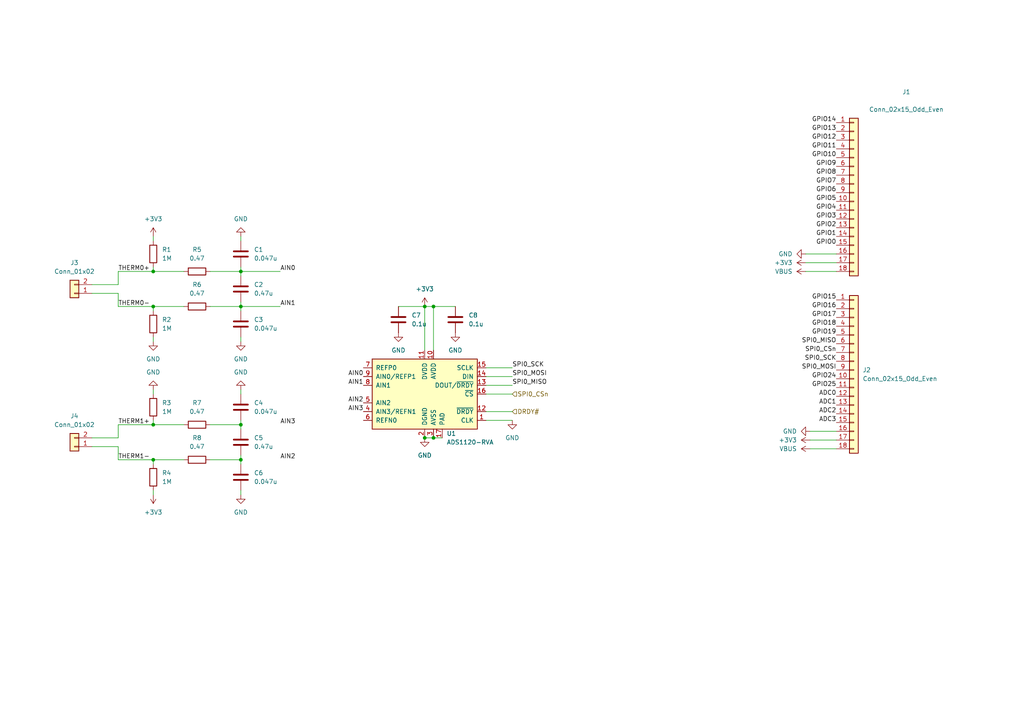
<source format=kicad_sch>
(kicad_sch (version 20211123) (generator eeschema)
  (paper "A4")
  (lib_symbols
    (symbol "Analog_ADC:ADS1120-RVA" (pin_names (offset 1.016))
      (property "Reference" "U" (at -15.24 11.43 0))
      (property "Value" "ADS1120-RVA" (at 6.35 11.43 0))
      (symbol "ADS1120-RVA_0_1"
        (rectangle (start -15.24 10.16) (end 15.24 -10.16) (stroke (width 0.254)) (fill (type background)))
      )
      (symbol "ADS1120-RVA_1_1"
        (pin input line (at 17.78 -7.62 180) (length 2.54) (name "CLK") (number "1"))
        (pin power_in line (at 2.54 12.7 270) (length 2.54) (name "AVDD") (number "10"))
        (pin power_in line (at 0 12.7 270) (length 2.54) (name "DVDD") (number "11"))
        (pin output line (at 17.78 -5.08 180) (length 2.54) (name "~{DRDY}") (number "12"))
        (pin output line (at 17.78 2.54 180) (length 2.54) (name "DOUT/~{DRDY}") (number "13"))
        (pin input line (at 17.78 5.08 180) (length 2.54) (name "DIN") (number "14"))
        (pin input line (at 17.78 7.62 180) (length 2.54) (name "SCLK") (number "15"))
        (pin input line (at 17.78 0 180) (length 2.54) (name "~{CS}") (number "16"))
        (pin passive line (at 5.08 -12.7 90) (length 2.54) (name "PAD") (number "17"))
        (pin power_in line (at 0 -12.7 90) (length 2.54) (name "DGND") (number "2"))
        (pin power_in line (at 2.54 -12.7 90) (length 2.54) (name "AVSS") (number "3"))
        (pin input line (at -17.78 -5.08 0) (length 2.54) (name "AIN3/REFN1") (number "4"))
        (pin input line (at -17.78 -2.54 0) (length 2.54) (name "AIN2") (number "5"))
        (pin input line (at -17.78 -7.62 0) (length 2.54) (name "REFN0") (number "6"))
        (pin input line (at -17.78 7.62 0) (length 2.54) (name "REFP0") (number "7"))
        (pin input line (at -17.78 2.54 0) (length 2.54) (name "AIN1") (number "8"))
        (pin input line (at -17.78 5.08 0) (length 2.54) (name "AIN0/REFP1") (number "9"))
      )
    )
    (symbol "Connector_Generic:Conn_01x02" (pin_names (offset 1.016) hide)
      (property "Reference" "J" (at 0 2.54 0))
      (property "Value" "Conn_01x02" (at 0 -5.08 0))
      (symbol "Conn_01x02_1_1"
        (rectangle (start -1.27 -2.413) (end 0 -2.667) (stroke (width 0.1524)))
        (rectangle (start -1.27 0.127) (end 0 -0.127) (stroke (width 0.1524)))
        (rectangle (start -1.27 1.27) (end 1.27 -3.81) (stroke (width 0.254)) (fill (type background)))
        (pin passive line (at -5.08 0 0) (length 3.81) (name "Pin_1") (number "1"))
        (pin passive line (at -5.08 -2.54 0) (length 3.81) (name "Pin_2") (number "2"))
      )
    )
    (symbol "Connector_Generic:Conn_01x18" (pin_names (offset 1.016) hide)
      (property "Reference" "J" (at 0 22.86 0))
      (property "Value" "Conn_01x18" (at 0 -25.4 0))
      (symbol "Conn_01x18_1_1"
        (rectangle (start -1.27 -22.733) (end 0 -22.987) (stroke (width 0.1524)))
        (rectangle (start -1.27 -20.193) (end 0 -20.447) (stroke (width 0.1524)))
        (rectangle (start -1.27 -17.653) (end 0 -17.907) (stroke (width 0.1524)))
        (rectangle (start -1.27 -15.113) (end 0 -15.367) (stroke (width 0.1524)))
        (rectangle (start -1.27 -12.573) (end 0 -12.827) (stroke (width 0.1524)))
        (rectangle (start -1.27 -10.033) (end 0 -10.287) (stroke (width 0.1524)))
        (rectangle (start -1.27 -7.493) (end 0 -7.747) (stroke (width 0.1524)))
        (rectangle (start -1.27 -4.953) (end 0 -5.207) (stroke (width 0.1524)))
        (rectangle (start -1.27 -2.413) (end 0 -2.667) (stroke (width 0.1524)))
        (rectangle (start -1.27 0.127) (end 0 -0.127) (stroke (width 0.1524)))
        (rectangle (start -1.27 2.667) (end 0 2.413) (stroke (width 0.1524)))
        (rectangle (start -1.27 5.207) (end 0 4.953) (stroke (width 0.1524)))
        (rectangle (start -1.27 7.747) (end 0 7.493) (stroke (width 0.1524)))
        (rectangle (start -1.27 10.287) (end 0 10.033) (stroke (width 0.1524)))
        (rectangle (start -1.27 12.827) (end 0 12.573) (stroke (width 0.1524)))
        (rectangle (start -1.27 15.367) (end 0 15.113) (stroke (width 0.1524)))
        (rectangle (start -1.27 17.907) (end 0 17.653) (stroke (width 0.1524)))
        (rectangle (start -1.27 20.447) (end 0 20.193) (stroke (width 0.1524)))
        (rectangle (start -1.27 21.59) (end 1.27 -24.13) (stroke (width 0.254)) (fill (type background)))
        (pin passive line (at -5.08 20.32 0) (length 3.81) (name "Pin_1") (number "1"))
        (pin passive line (at -5.08 -2.54 0) (length 3.81) (name "Pin_10") (number "10"))
        (pin passive line (at -5.08 -5.08 0) (length 3.81) (name "Pin_11") (number "11"))
        (pin passive line (at -5.08 -7.62 0) (length 3.81) (name "Pin_12") (number "12"))
        (pin passive line (at -5.08 -10.16 0) (length 3.81) (name "Pin_13") (number "13"))
        (pin passive line (at -5.08 -12.7 0) (length 3.81) (name "Pin_14") (number "14"))
        (pin passive line (at -5.08 -15.24 0) (length 3.81) (name "Pin_15") (number "15"))
        (pin passive line (at -5.08 -17.78 0) (length 3.81) (name "Pin_16") (number "16"))
        (pin passive line (at -5.08 -20.32 0) (length 3.81) (name "Pin_17") (number "17"))
        (pin passive line (at -5.08 -22.86 0) (length 3.81) (name "Pin_18") (number "18"))
        (pin passive line (at -5.08 17.78 0) (length 3.81) (name "Pin_2") (number "2"))
        (pin passive line (at -5.08 15.24 0) (length 3.81) (name "Pin_3") (number "3"))
        (pin passive line (at -5.08 12.7 0) (length 3.81) (name "Pin_4") (number "4"))
        (pin passive line (at -5.08 10.16 0) (length 3.81) (name "Pin_5") (number "5"))
        (pin passive line (at -5.08 7.62 0) (length 3.81) (name "Pin_6") (number "6"))
        (pin passive line (at -5.08 5.08 0) (length 3.81) (name "Pin_7") (number "7"))
        (pin passive line (at -5.08 2.54 0) (length 3.81) (name "Pin_8") (number "8"))
        (pin passive line (at -5.08 0 0) (length 3.81) (name "Pin_9") (number "9"))
      )
    )
    (symbol "Device:C" (pin_numbers hide) (pin_names (offset 0.254))
      (property "Reference" "C" (at 0.635 2.54 0))
      (property "Value" "C" (at 0.635 -2.54 0))
      (symbol "C_0_1"
        (polyline (pts (xy -2.032 -0.762) (xy 2.032 -0.762)) (stroke (width 0.508)))
        (polyline (pts (xy -2.032 0.762) (xy 2.032 0.762)) (stroke (width 0.508)))
      )
      (symbol "C_1_1"
        (pin passive line (at 0 3.81 270) (length 2.794) (name "~") (number "1"))
        (pin passive line (at 0 -3.81 90) (length 2.794) (name "~") (number "2"))
      )
    )
    (symbol "Device:R" (pin_numbers hide) (pin_names (offset 0))
      (property "Reference" "R" (at 2.032 0 90))
      (property "Value" "R" (at 0 0 90))
      (symbol "R_0_1"
        (rectangle (start -1.016 -2.54) (end 1.016 2.54) (stroke (width 0.254)))
      )
      (symbol "R_1_1"
        (pin passive line (at 0 3.81 270) (length 1.27) (name "~") (number "1"))
        (pin passive line (at 0 -3.81 90) (length 1.27) (name "~") (number "2"))
      )
    )
    (symbol "power:+3V3" (power) (pin_names (offset 0))
      (property "Value" "+3V3" (at 0 3.556 0))
      (symbol "+3V3_0_1"
        (polyline (pts (xy -0.762 1.27) (xy 0 2.54)))
        (polyline (pts (xy 0 0) (xy 0 2.54)))
        (polyline (pts (xy 0 2.54) (xy 0.762 1.27)))
      )
      (symbol "+3V3_1_1"
        (pin power_in line (at 0 0 90) (length 0) hide (name "+3V3") (number "1"))
      )
    )
    (symbol "power:GND" (power) (pin_names (offset 0))
      (property "Value" "GND" (at 0 -3.81 0))
      (symbol "GND_0_1"
        (polyline (pts (xy 0 0) (xy 0 -1.27) (xy 1.27 -1.27) (xy 0 -2.54) (xy -1.27 -1.27) (xy 0 -1.27)))
      )
      (symbol "GND_1_1"
        (pin power_in line (at 0 0 270) (length 0) hide (name "GND") (number "1"))
      )
    )
    (symbol "power:VBUS" (power) (pin_names (offset 0))
      (property "Value" "VBUS" (at 0 3.81 0))
      (symbol "VBUS_0_1"
        (polyline (pts (xy -0.762 1.27) (xy 0 2.54)))
        (polyline (pts (xy 0 0) (xy 0 2.54)))
        (polyline (pts (xy 0 2.54) (xy 0.762 1.27)))
      )
      (symbol "VBUS_1_1"
        (pin power_in line (at 0 0 90) (length 0) hide (name "VBUS") (number "1"))
      )
    )
  )
  (junction (at 69.85 88.9))
  (junction (at 69.85 123.19))
  (junction (at 123.19 127))
  (junction (at 123.19 88.9))
  (junction (at 69.85 78.74))
  (junction (at 44.45 123.19))
  (junction (at 69.85 133.35))
  (junction (at 125.73 88.9))
  (junction (at 44.45 88.9))
  (junction (at 44.45 78.74))
  (junction (at 125.73 127))
  (junction (at 44.45 133.35))
  (wire (pts (xy 140.97 121.92) (xy 148.59 121.92)))
  (wire (pts (xy 234.95 130.175) (xy 242.57 130.175)))
  (wire (pts (xy 44.45 134.62) (xy 44.45 133.35)))
  (wire (pts (xy 69.85 78.74) (xy 81.28 78.74)))
  (wire (pts (xy 125.73 88.9) (xy 125.73 101.6)))
  (wire (pts (xy 34.29 85.09) (xy 34.29 88.9)))
  (wire (pts (xy 44.45 133.35) (xy 53.34 133.35)))
  (wire (pts (xy 53.34 78.74) (xy 44.45 78.74)))
  (wire (pts (xy 140.97 119.38) (xy 148.59 119.38)))
  (wire (pts (xy 69.85 99.06) (xy 69.85 97.79)))
  (wire (pts (xy 44.45 78.74) (xy 44.45 77.47)))
  (wire (pts (xy 44.45 99.06) (xy 44.45 97.79)))
  (wire (pts (xy 26.67 129.54) (xy 34.29 129.54)))
  (wire (pts (xy 140.97 114.3) (xy 148.59 114.3)))
  (wire (pts (xy 69.85 78.74) (xy 69.85 77.47)))
  (wire (pts (xy 44.45 113.03) (xy 44.45 114.3)))
  (wire (pts (xy 60.96 123.19) (xy 69.85 123.19)))
  (wire (pts (xy 233.68 78.74) (xy 242.57 78.74)))
  (wire (pts (xy 233.68 76.2) (xy 242.57 76.2)))
  (wire (pts (xy 34.29 123.19) (xy 44.45 123.19)))
  (wire (pts (xy 69.85 88.9) (xy 81.28 88.9)))
  (wire (pts (xy 233.68 73.66) (xy 242.57 73.66)))
  (wire (pts (xy 34.29 88.9) (xy 44.45 88.9)))
  (wire (pts (xy 69.85 80.01) (xy 69.85 78.74)))
  (wire (pts (xy 115.57 88.9) (xy 123.19 88.9)))
  (wire (pts (xy 69.85 88.9) (xy 69.85 87.63)))
  (wire (pts (xy 69.85 134.62) (xy 69.85 133.35)))
  (wire (pts (xy 44.45 123.19) (xy 44.45 121.92)))
  (wire (pts (xy 44.45 88.9) (xy 53.34 88.9)))
  (wire (pts (xy 34.29 127) (xy 26.67 127)))
  (wire (pts (xy 60.96 133.35) (xy 69.85 133.35)))
  (wire (pts (xy 69.85 68.58) (xy 69.85 69.85)))
  (wire (pts (xy 125.73 127) (xy 128.27 127)))
  (wire (pts (xy 123.19 88.9) (xy 123.19 101.6)))
  (wire (pts (xy 234.95 125.095) (xy 242.57 125.095)))
  (wire (pts (xy 34.29 123.19) (xy 34.29 127)))
  (wire (pts (xy 140.97 106.68) (xy 148.59 106.68)))
  (wire (pts (xy 26.67 85.09) (xy 34.29 85.09)))
  (wire (pts (xy 34.29 78.74) (xy 44.45 78.74)))
  (wire (pts (xy 69.85 124.46) (xy 69.85 123.19)))
  (wire (pts (xy 34.29 133.35) (xy 44.45 133.35)))
  (wire (pts (xy 140.97 111.76) (xy 148.59 111.76)))
  (wire (pts (xy 44.45 143.51) (xy 44.45 142.24)))
  (wire (pts (xy 234.95 127.635) (xy 242.57 127.635)))
  (wire (pts (xy 44.45 90.17) (xy 44.45 88.9)))
  (wire (pts (xy 60.96 88.9) (xy 69.85 88.9)))
  (wire (pts (xy 44.45 68.58) (xy 44.45 69.85)))
  (wire (pts (xy 69.85 133.35) (xy 69.85 132.08)))
  (wire (pts (xy 125.73 88.9) (xy 123.19 88.9)))
  (wire (pts (xy 123.19 127) (xy 125.73 127)))
  (wire (pts (xy 53.34 123.19) (xy 44.45 123.19)))
  (wire (pts (xy 140.97 109.22) (xy 148.59 109.22)))
  (wire (pts (xy 60.96 78.74) (xy 69.85 78.74)))
  (wire (pts (xy 125.73 88.9) (xy 132.08 88.9)))
  (wire (pts (xy 26.67 82.55) (xy 34.29 82.55)))
  (wire (pts (xy 69.85 123.19) (xy 69.85 121.92)))
  (wire (pts (xy 69.85 113.03) (xy 69.85 114.3)))
  (wire (pts (xy 34.29 82.55) (xy 34.29 78.74)))
  (wire (pts (xy 34.29 129.54) (xy 34.29 133.35)))
  (wire (pts (xy 69.85 143.51) (xy 69.85 142.24)))
  (wire (pts (xy 69.85 90.17) (xy 69.85 88.9)))
  (label "ADC2" (at 242.57 120.015 180))
  (label "GPIO1" (at 242.57 68.58 180))
  (label "AIN1" (at 105.41 111.76 180))
  (label "GPIO19" (at 242.57 97.155 180))
  (label "AIN2" (at 81.28 133.35 0))
  (label "GPIO16" (at 242.57 89.535 180))
  (label "SPI0_SCK" (at 242.57 104.775 180))
  (label "GPIO7" (at 242.57 53.34 180))
  (label "GPIO10" (at 242.57 45.72 180))
  (label "THERM1-" (at 34.29 133.35 0))
  (label "SPI0_CSn" (at 242.57 102.235 180))
  (label "GPIO14" (at 242.57 35.56 180))
  (label "THERM0-" (at 34.29 88.9 0))
  (label "GPIO3" (at 242.57 63.5 180))
  (label "GPIO6" (at 242.57 55.88 180))
  (label "GPIO2" (at 242.57 66.04 180))
  (label "ADC0" (at 242.57 114.935 180))
  (label "GPIO12" (at 242.57 40.64 180))
  (label "THERM1+" (at 34.29 123.19 0))
  (label "AIN0" (at 105.41 109.22 180))
  (label "AIN3" (at 81.28 123.19 0))
  (label "ADC1" (at 242.57 117.475 180))
  (label "SPI0_MISO" (at 148.59 111.76 0))
  (label "GPIO4" (at 242.57 60.96 180))
  (label "AIN0" (at 81.28 78.74 0))
  (label "GPIO5" (at 242.57 58.42 180))
  (label "THERM0+" (at 34.29 78.74 0))
  (label "ADC3" (at 242.57 122.555 180))
  (label "GPIO25" (at 242.57 112.395 180))
  (label "SPI0_MOSI" (at 148.59 109.22 0))
  (label "GPIO24" (at 242.57 109.855 180))
  (label "GPIO15" (at 242.57 86.995 180))
  (label "AIN2" (at 105.41 116.84 180))
  (label "GPIO18" (at 242.57 94.615 180))
  (label "AIN3" (at 105.41 119.38 180))
  (label "GPIO0" (at 242.57 71.12 180))
  (label "SPI0_MISO" (at 242.57 99.695 180))
  (label "AIN1" (at 81.28 88.9 0))
  (label "GPIO17" (at 242.57 92.075 180))
  (label "GPIO11" (at 242.57 43.18 180))
  (label "GPIO8" (at 242.57 50.8 180))
  (label "GPIO13" (at 242.57 38.1 180))
  (label "SPI0_MOSI" (at 242.57 107.315 180))
  (label "GPIO9" (at 242.57 48.26 180))
  (label "SPI0_SCK" (at 148.59 106.68 0))
  (hierarchical_label "DRDY#" (shape input) (at 148.59 119.38 0))
  (hierarchical_label "SPI0_CSn" (shape input) (at 148.59 114.3 0))
  (symbol (lib_id "power:+3V3") (at 44.45 68.58 0) (unit 1)
    (property "Reference" "#PWR0104" (effects hide))
    (property "Value" "+3V3" (at 44.45 63.5 0))
  )
  (symbol (lib_id "Device:C") (at 69.85 93.98 0) (unit 1)
    (property "Reference" "C3" (at 73.66 92.7099 0) (effects (justify left)))
    (property "Value" "0.047u" (at 73.66 95.2499 0) (effects (justify left)))
    (property "Footprint" "Capacitor_SMD:C_0603_1608Metric_Pad1.08x0.95mm_HandSolder" (effects hide))
    (property "LCSC" "C1622" (effects hide))
  )
  (symbol (lib_id "Connector_Generic:Conn_01x18") (at 247.65 107.315 0) (unit 1)
    (property "Reference" "J2" (at 250.19 107.3149 0) (effects (justify left)))
    (property "Value" "Conn_02x15_Odd_Even" (at 250.19 109.8549 0) (effects (justify left)))
    (property "Footprint" "Connector_PinSocket_2.54mm:PinSocket_1x18_P2.54mm_Vertical" (effects hide))
    (property "LCSC" "C429959" (effects hide))
  )
  (symbol (lib_id "power:GND") (at 123.19 127 0) (mirror y) (unit 1)
    (property "Reference" "#PWR0106" (effects hide))
    (property "Value" "GND" (at 123.19 132.08 0))
  )
  (symbol (lib_id "Analog_ADC:ADS1120-RVA") (at 123.19 114.3 0) (unit 1)
    (property "Reference" "U1" (at 129.54 125.73 0) (effects (justify left)))
    (property "Value" "ADS1120-RVA" (at 129.54 128.27 0) (effects (justify left)))
    (property "Footprint" "Package_DFN_QFN:Texas_S-PVQFN-N16_EP2.7x2.7mm" (effects hide))
    (property "Datasheet" "http://www.ti.com/lit/ds/symlink/ads1120.pdf" (effects hide))
    (property "LCSC" "C2861236" (effects hide))
  )
  (symbol (lib_id "Device:R") (at 44.45 73.66 0) (unit 1)
    (property "Reference" "R1" (at 46.99 72.3899 0) (effects (justify left)))
    (property "Value" "1M" (at 46.99 74.9299 0) (effects (justify left)))
    (property "Footprint" "Resistor_SMD:R_0603_1608Metric_Pad0.98x0.95mm_HandSolder" (effects hide))
    (property "LCSC" "C26098" (effects hide))
  )
  (symbol (lib_id "Device:C") (at 69.85 128.27 0) (unit 1)
    (property "Reference" "C5" (at 73.66 126.9999 0) (effects (justify left)))
    (property "Value" "0.47u" (at 73.66 129.5399 0) (effects (justify left)))
    (property "Footprint" "Capacitor_SMD:C_0603_1608Metric_Pad1.08x0.95mm_HandSolder" (effects hide))
    (property "LCSC" "C1623" (effects hide))
  )
  (symbol (lib_id "Connector_Generic:Conn_01x18") (at 247.65 55.88 0) (unit 1)
    (property "Reference" "J1" (at 262.89 26.67 0))
    (property "Value" "Conn_02x15_Odd_Even" (at 262.89 31.75 0))
    (property "Footprint" "Connector_PinSocket_2.54mm:PinSocket_1x18_P2.54mm_Vertical" (effects hide))
    (property "LCSC" "C429959" (effects hide))
  )
  (symbol (lib_id "Device:R") (at 57.15 133.35 90) (unit 1)
    (property "Reference" "R8" (at 57.15 127 90))
    (property "Value" "0.47" (at 57.15 129.54 90))
    (property "Footprint" "Resistor_SMD:R_0603_1608Metric_Pad0.98x0.95mm_HandSolder" (effects hide))
    (property "LCSC" "C23411" (effects hide))
  )
  (symbol (lib_id "power:GND") (at 69.85 143.51 0) (unit 1)
    (property "Reference" "#PWR0101" (effects hide))
    (property "Value" "GND" (at 69.85 148.59 0))
  )
  (symbol (lib_id "Connector_Generic:Conn_01x02") (at 21.59 85.09 180) (unit 1)
    (property "Reference" "J3" (at 21.59 76.2 0))
    (property "Value" "Conn_01x02" (at 21.59 78.74 0))
    (property "Footprint" "TerminalBlock_Phoenix:TerminalBlock_Phoenix_MKDS-1,5-2_1x02_P5.00mm_Horizontal" (effects hide))
    (property "LCSC" "C429959" (effects hide))
  )
  (symbol (lib_id "power:+3V3") (at 123.19 88.9 0) (mirror y) (unit 1)
    (property "Reference" "#PWR0108" (effects hide))
    (property "Value" "+3V3" (at 123.19 83.82 0))
  )
  (symbol (lib_id "Device:C") (at 69.85 73.66 0) (unit 1)
    (property "Reference" "C1" (at 73.66 72.3899 0) (effects (justify left)))
    (property "Value" "0.047u" (at 73.66 74.9299 0) (effects (justify left)))
    (property "Footprint" "Capacitor_SMD:C_0603_1608Metric_Pad1.08x0.95mm_HandSolder" (effects hide))
    (property "LCSC" "C1622" (effects hide))
  )
  (symbol (lib_id "Device:C") (at 132.08 92.71 0) (unit 1)
    (property "Reference" "C8" (at 135.89 91.4399 0) (effects (justify left)))
    (property "Value" "0.1u" (at 135.89 93.9799 0) (effects (justify left)))
    (property "Footprint" "Capacitor_SMD:C_0603_1608Metric_Pad1.08x0.95mm_HandSolder" (effects hide))
    (property "LCSC" "C1591" (effects hide))
  )
  (symbol (lib_id "power:GND") (at 234.95 125.095 270) (unit 1)
    (property "Reference" "#PWR0117" (effects hide))
    (property "Value" "GND" (at 231.14 125.0949 90) (effects (justify right)))
  )
  (symbol (lib_id "power:GND") (at 233.68 73.66 270) (unit 1)
    (property "Reference" "#PWR0114" (effects hide))
    (property "Value" "GND" (at 229.87 73.6599 90) (effects (justify right)))
  )
  (symbol (lib_id "power:GND") (at 69.85 113.03 180) (unit 1)
    (property "Reference" "#PWR0102" (effects hide))
    (property "Value" "GND" (at 69.85 107.95 0))
  )
  (symbol (lib_id "power:GND") (at 115.57 96.52 0) (unit 1)
    (property "Reference" "#PWR0107" (effects hide))
    (property "Value" "GND" (at 115.57 101.6 0))
  )
  (symbol (lib_id "Connector_Generic:Conn_01x02") (at 21.59 129.54 180) (unit 1)
    (property "Reference" "J4" (at 21.59 120.65 0))
    (property "Value" "Conn_01x02" (at 21.59 123.19 0))
    (property "Footprint" "TerminalBlock_Phoenix:TerminalBlock_Phoenix_MKDS-1,5-2_1x02_P5.00mm_Horizontal" (effects hide))
    (property "LCSC" "C429959" (effects hide))
  )
  (symbol (lib_id "power:GND") (at 69.85 68.58 180) (unit 1)
    (property "Reference" "#PWR0105" (effects hide))
    (property "Value" "GND" (at 69.85 63.5 0))
  )
  (symbol (lib_id "power:+3V3") (at 233.68 76.2 90) (unit 1)
    (property "Reference" "#PWR0115" (effects hide))
    (property "Value" "+3V3" (at 229.87 76.1999 90) (effects (justify left)))
  )
  (symbol (lib_id "power:GND") (at 69.85 99.06 0) (unit 1)
    (property "Reference" "#PWR0103" (effects hide))
    (property "Value" "GND" (at 69.85 104.14 0))
  )
  (symbol (lib_id "power:GND") (at 44.45 99.06 0) (unit 1)
    (property "Reference" "#PWR0111" (effects hide))
    (property "Value" "GND" (at 44.45 104.14 0))
  )
  (symbol (lib_id "power:GND") (at 44.45 113.03 180) (unit 1)
    (property "Reference" "#PWR0110" (effects hide))
    (property "Value" "GND" (at 44.45 107.95 0))
  )
  (symbol (lib_id "power:+3V3") (at 234.95 127.635 90) (unit 1)
    (property "Reference" "#PWR0118" (effects hide))
    (property "Value" "+3V3" (at 231.14 127.6349 90) (effects (justify left)))
  )
  (symbol (lib_id "Device:R") (at 44.45 118.11 0) (unit 1)
    (property "Reference" "R3" (at 46.99 116.8399 0) (effects (justify left)))
    (property "Value" "1M" (at 46.99 119.3799 0) (effects (justify left)))
    (property "Footprint" "Resistor_SMD:R_0603_1608Metric_Pad0.98x0.95mm_HandSolder" (effects hide))
    (property "LCSC" "C26098" (effects hide))
  )
  (symbol (lib_id "power:GND") (at 148.59 121.92 0) (unit 1)
    (property "Reference" "#PWR0119" (effects hide))
    (property "Value" "GND" (at 148.59 127 0))
  )
  (symbol (lib_id "Device:C") (at 69.85 118.11 0) (unit 1)
    (property "Reference" "C4" (at 73.66 116.8399 0) (effects (justify left)))
    (property "Value" "0.047u" (at 73.66 119.3799 0) (effects (justify left)))
    (property "Footprint" "Capacitor_SMD:C_0603_1608Metric_Pad1.08x0.95mm_HandSolder" (effects hide))
    (property "LCSC" "C1622" (effects hide))
  )
  (symbol (lib_id "Device:R") (at 57.15 78.74 90) (unit 1)
    (property "Reference" "R5" (at 57.15 72.39 90))
    (property "Value" "0.47" (at 57.15 74.93 90))
    (property "Footprint" "Resistor_SMD:R_0603_1608Metric_Pad0.98x0.95mm_HandSolder" (effects hide))
    (property "LCSC" "C23411" (effects hide))
  )
  (symbol (lib_id "Device:R") (at 44.45 138.43 0) (unit 1)
    (property "Reference" "R4" (at 46.99 137.1599 0) (effects (justify left)))
    (property "Value" "1M" (at 46.99 139.6999 0) (effects (justify left)))
    (property "Footprint" "Resistor_SMD:R_0603_1608Metric_Pad0.98x0.95mm_HandSolder" (effects hide))
    (property "LCSC" "C26098" (effects hide))
  )
  (symbol (lib_id "Device:C") (at 69.85 83.82 0) (unit 1)
    (property "Reference" "C2" (at 73.66 82.5499 0) (effects (justify left)))
    (property "Value" "0.47u" (at 73.66 85.0899 0) (effects (justify left)))
    (property "Footprint" "Capacitor_SMD:C_0603_1608Metric_Pad1.08x0.95mm_HandSolder" (effects hide))
    (property "LCSC" "C1623" (effects hide))
  )
  (symbol (lib_id "Device:C") (at 115.57 92.71 0) (unit 1)
    (property "Reference" "C7" (at 119.38 91.4399 0) (effects (justify left)))
    (property "Value" "0.1u" (at 119.38 93.9799 0) (effects (justify left)))
    (property "Footprint" "Capacitor_SMD:C_0603_1608Metric_Pad1.08x0.95mm_HandSolder" (effects hide))
    (property "LCSC" "C1591" (effects hide))
  )
  (symbol (lib_id "power:GND") (at 132.08 96.52 0) (mirror y) (unit 1)
    (property "Reference" "#PWR0109" (effects hide))
    (property "Value" "GND" (at 132.08 101.6 0))
  )
  (symbol (lib_id "Device:R") (at 57.15 123.19 90) (unit 1)
    (property "Reference" "R7" (at 57.15 116.84 90))
    (property "Value" "0.47" (at 57.15 119.38 90))
    (property "Footprint" "Resistor_SMD:R_0603_1608Metric_Pad0.98x0.95mm_HandSolder" (effects hide))
    (property "LCSC" "C23411" (effects hide))
  )
  (symbol (lib_id "power:+3V3") (at 44.45 143.51 180) (unit 1)
    (property "Reference" "#PWR0112" (effects hide))
    (property "Value" "+3V3" (at 44.45 148.59 0))
  )
  (symbol (lib_id "Device:C") (at 69.85 138.43 0) (unit 1)
    (property "Reference" "C6" (at 73.66 137.1599 0) (effects (justify left)))
    (property "Value" "0.047u" (at 73.66 139.6999 0) (effects (justify left)))
    (property "Footprint" "Capacitor_SMD:C_0603_1608Metric_Pad1.08x0.95mm_HandSolder" (effects hide))
    (property "LCSC" "C1622" (effects hide))
  )
  (symbol (lib_id "Device:R") (at 57.15 88.9 90) (unit 1)
    (property "Reference" "R6" (at 57.15 82.55 90))
    (property "Value" "0.47" (at 57.15 85.09 90))
    (property "Footprint" "Resistor_SMD:R_0603_1608Metric_Pad0.98x0.95mm_HandSolder" (effects hide))
    (property "LCSC" "C23411" (effects hide))
  )
  (symbol (lib_id "power:VBUS") (at 233.68 78.74 90) (unit 1)
    (property "Reference" "#PWR0113" (effects hide))
    (property "Value" "VBUS" (at 229.87 78.7399 90) (effects (justify left)))
  )
  (symbol (lib_id "power:VBUS") (at 234.95 130.175 90) (unit 1)
    (property "Reference" "#PWR0116" (effects hide))
    (property "Value" "VBUS" (at 231.14 130.1749 90) (effects (justify left)))
  )
  (symbol (lib_id "Device:R") (at 44.45 93.98 0) (unit 1)
    (property "Reference" "R2" (at 46.99 92.7099 0) (effects (justify left)))
    (property "Value" "1M" (at 46.99 95.2499 0) (effects (justify left)))
    (property "Footprint" "Resistor_SMD:R_0603_1608Metric_Pad0.98x0.95mm_HandSolder" (effects hide))
    (property "LCSC" "C26098" (effects hide))
  )
)
</source>
